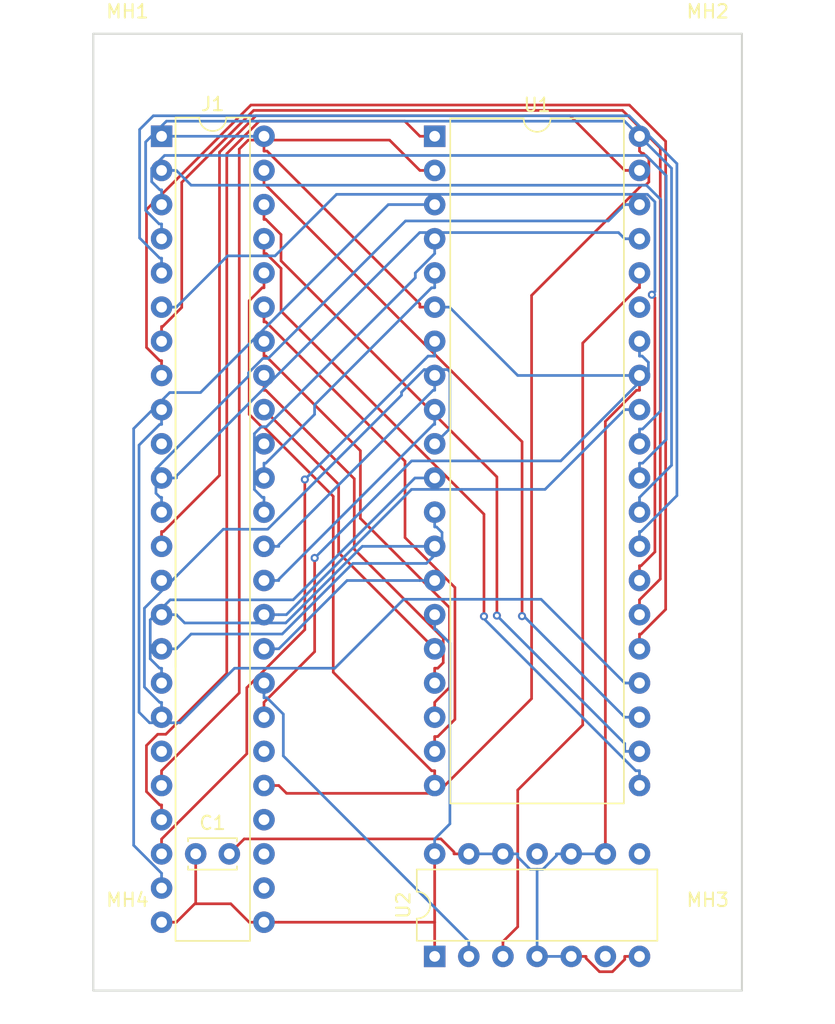
<source format=kicad_pcb>
(kicad_pcb (version 20211014) (generator pcbnew)
  (layers (0 "F.Cu" signal) (31 "B.Cu" signal) (34 "B.Paste" user) (35 "F.Paste" user) (36 "B.SilkS" user "B.Silkscreen") (37 "F.SilkS" user "F.Silkscreen") (38 "B.Mask" user) (39 "F.Mask" user) (44 "Edge.Cuts" user))
  (net 0 "")
  (net 1 "VCC")
  (net 2 "GND")
  (net 3 "/P53")
  (net 4 "/P26")
  (net 5 "/P27")
  (net 6 "/P47")
  (net 7 "/P46")
  (net 8 "/P25")
  (net 9 "/P24")
  (net 10 "/P23")
  (net 11 "/P22")
  (net 12 "/P21")
  (net 13 "/P20")
  (net 14 "/P34")
  (net 15 "/P35")
  (net 16 "/P17")
  (net 17 "/P36")
  (net 18 "/P16")
  (net 19 "/P15")
  (net 20 "/P40")
  (net 21 "/P14")
  (net 22 "/P13")
  (net 23 "/P42")
  (net 24 "/P12")
  (net 25 "/P11")
  (net 26 "/P10")
  (net 27 "Net-(U2-Pad6)")
  (net 28 "Net-(U2-Pad11)")
  (net 29 "Net-(U2-Pad8)")
  (net 30 "/P32")
  (net 31 "/P31")
  (net 32 "/P30")
  (net 33 "/P51")
  (net 34 "/P43")
  (net 35 "/P37")
  (net 36 "/P50")
  (net 37 "/P52")
  (net 38 "Net-(J1-Pad30)")
  (net 39 "Net-(J1-Pad27)")
  (net 40 "Net-(J1-Pad26)")
  (net 41 "Net-(J1-Pad19)")
  (net 42 "Net-(J1-Pad10)")
  (net 43 "Net-(J1-Pad39)")
  (net 44 "/P54")
  (net 45 "/P44")
  (net 46 "/P45")
  (net 47 "Net-(J1-Pad28)")
  (net 48 "Net-(J1-Pad14)")
  (net 49 "/P41")
  (net 50 "Net-(U1-Pad36)")
  (net 51 "Net-(U1-Pad35)")
  (footprint "MountingHole:MountingHole_3.2mm_M3" (layer "F.Cu") (at 101 70)
    (fp_text reference "MH1" (at 0 -4.2) (layer "F.SilkS"))
    (fp_text value "MountingHole_3.2mm_M3")
    (pad "" np_thru_hole circle locked (at 0 0) (size 3.2 3.2) (drill 3.2) (layers *.Cu *.Mask))
  )
  (footprint "MountingHole:MountingHole_3.2mm_M3" (layer "F.Cu") (at 144.18 70)
    (fp_text reference "MH2" (at 0 -4.2) (layer "F.SilkS"))
    (fp_text value "MountingHole_3.2mm_M3")
    (pad "" np_thru_hole circle locked (at 0 0) (size 3.2 3.2) (drill 3.2) (layers *.Cu *.Mask))
  )
  (footprint "MountingHole:MountingHole_3.2mm_M3" (layer "F.Cu") (at 144.18 136.04)
    (fp_text reference "MH3" (at 0 -4.2) (layer "F.SilkS"))
    (fp_text value "MountingHole_3.2mm_M3")
    (pad "" np_thru_hole circle locked (at 0 0) (size 3.2 3.2) (drill 3.2) (layers *.Cu *.Mask))
  )
  (footprint "MountingHole:MountingHole_3.2mm_M3" (layer "F.Cu") (at 101 136.04)
    (fp_text reference "MH4" (at 0 -4.2) (layer "F.SilkS"))
    (fp_text value "MountingHole_3.2mm_M3")
    (pad "" np_thru_hole circle locked (at 0 0) (size 3.2 3.2) (drill 3.2) (layers *.Cu *.Mask))
  )
  (footprint "Package_DIP:DIP-14_W7.62mm" (layer "F.Cu") (at 123.86 136.04 90)
    (fp_text reference "U2" (at 3.81 -2.33 90) (layer "F.SilkS"))
    (fp_text value "74HCT126")
    (fp_line (start 1.16 -1.33) (end 1.16 16.57) (layer "F.SilkS") (width 0.12))
    (fp_line (start 2.81 -1.33) (end 1.16 -1.33) (layer "F.SilkS") (width 0.12))
    (fp_line (start 1.16 16.57) (end 6.46 16.57) (layer "F.SilkS") (width 0.12))
    (fp_line (start 6.46 16.57) (end 6.46 -1.33) (layer "F.SilkS") (width 0.12))
    (fp_line (start 6.46 -1.33) (end 4.81 -1.33) (layer "F.SilkS") (width 0.12))
    (fp_arc (start 4.81 -1.33) (mid 3.81 -0.33) (end 2.81 -1.33) (layer "F.SilkS") (width 0.12))
    (pad "1" thru_hole rect locked (at 0 0 90) (size 1.6 1.6) (drill 0.8) (layers *.Cu *.Mask) (net 1 "VCC"))
    (pad "2" thru_hole oval locked (at 0 2.54 90) (size 1.6 1.6) (drill 0.8) (layers *.Cu *.Mask) (net 7 "/P46"))
    (pad "3" thru_hole oval locked (at 0 5.08 90) (size 1.6 1.6) (drill 0.8) (layers *.Cu *.Mask) (net 50 "Net-(U1-Pad36)"))
    (pad "4" thru_hole oval locked (at 0 7.62 90) (size 1.6 1.6) (drill 0.8) (layers *.Cu *.Mask) (net 2 "GND"))
    (pad "5" thru_hole oval locked (at 0 10.16 90) (size 1.6 1.6) (drill 0.8) (layers *.Cu *.Mask) (net 2 "GND"))
    (pad "6" thru_hole oval locked (at 0 12.7 90) (size 1.6 1.6) (drill 0.8) (layers *.Cu *.Mask) (net 27 "Net-(U2-Pad6)"))
    (pad "7" thru_hole oval locked (at 0 15.24 90) (size 1.6 1.6) (drill 0.8) (layers *.Cu *.Mask) (net 2 "GND"))
    (pad "8" thru_hole oval locked (at 7.62 15.24 90) (size 1.6 1.6) (drill 0.8) (layers *.Cu *.Mask) (net 29 "Net-(U2-Pad8)"))
    (pad "9" thru_hole oval locked (at 7.62 12.7 90) (size 1.6 1.6) (drill 0.8) (layers *.Cu *.Mask) (net 2 "GND"))
    (pad "10" thru_hole oval locked (at 7.62 10.16 90) (size 1.6 1.6) (drill 0.8) (layers *.Cu *.Mask) (net 2 "GND"))
    (pad "11" thru_hole oval locked (at 7.62 7.62 90) (size 1.6 1.6) (drill 0.8) (layers *.Cu *.Mask) (net 28 "Net-(U2-Pad11)"))
    (pad "12" thru_hole oval locked (at 7.62 5.08 90) (size 1.6 1.6) (drill 0.8) (layers *.Cu *.Mask) (net 2 "GND"))
    (pad "13" thru_hole oval locked (at 7.62 2.54 90) (size 1.6 1.6) (drill 0.8) (layers *.Cu *.Mask) (net 2 "GND"))
    (pad "14" thru_hole oval locked (at 7.62 0 90) (size 1.6 1.6) (drill 0.8) (layers *.Cu *.Mask) (net 1 "VCC"))
  )
  (footprint "Capacitor_THT:C_Disc_D3.4mm_W2.1mm_P2.50mm" (layer "F.Cu") (at 106.08 128.42)
    (fp_text reference "C1" (at 1.25 -2.3) (layer "F.SilkS"))
    (fp_text value "0.1u")
    (fp_line (start -0.57 -1.17) (end 3.07 -1.17) (layer "F.SilkS") (width 0.12))
    (fp_line (start -0.57 0.925) (end -0.57 1.17) (layer "F.SilkS") (width 0.12))
    (fp_line (start 3.07 0.925) (end 3.07 1.17) (layer "F.SilkS") (width 0.12))
    (fp_line (start 3.07 -1.17) (end 3.07 -0.925) (layer "F.SilkS") (width 0.12))
    (fp_line (start -0.57 -1.17) (end -0.57 -0.925) (layer "F.SilkS") (width 0.12))
    (fp_line (start -0.57 1.17) (end 3.07 1.17) (layer "F.SilkS") (width 0.12))
    (pad "1" thru_hole circle locked (at 0 0) (size 1.6 1.6) (drill 0.8) (layers *.Cu *.Mask) (net 1 "VCC"))
    (pad "2" thru_hole circle locked (at 2.5 0) (size 1.6 1.6) (drill 0.8) (layers *.Cu *.Mask) (net 2 "GND"))
  )
  (footprint "0-LocalLibrary:DIP-48_W7.62mm" (layer "F.Cu") (at 103.54 75.08)
    (fp_text reference "J1" (at 3.81 -2.39) (layer "F.SilkS"))
    (fp_text value "BionicConnector")
    (fp_line (start 1.04 -1.39) (end 1.04 39.49) (layer "F.SilkS") (width 0.12))
    (fp_line (start 1.04 59.81) (end 6.58 59.81) (layer "F.SilkS") (width 0.12))
    (fp_line (start 6.58 -1.39) (end 4.81 -1.39) (layer "F.SilkS") (width 0.12))
    (fp_line (start 6.58 59.81) (end 6.58 18.93) (layer "F.SilkS") (width 0.12))
    (fp_line (start 1.04 18.93) (end 1.04 59.81) (layer "F.SilkS") (width 0.12))
    (fp_line (start 6.58 39.49) (end 6.58 -1.39) (layer "F.SilkS") (width 0.12))
    (fp_line (start 2.81 -1.39) (end 1.04 -1.39) (layer "F.SilkS") (width 0.12))
    (fp_arc (start 4.81 -1.39) (mid 3.81 -0.39) (end 2.81 -1.39) (layer "F.SilkS") (width 0.12))
    (pad "1" thru_hole rect locked (at 0 0) (size 1.6 1.6) (drill 0.8) (layers *.Cu *.Mask) (net 2 "GND"))
    (pad "2" thru_hole oval locked (at 0 2.54) (size 1.6 1.6) (drill 0.8) (layers *.Cu *.Mask) (net 26 "/P10"))
    (pad "3" thru_hole oval locked (at 0 5.08) (size 1.6 1.6) (drill 0.8) (layers *.Cu *.Mask) (net 25 "/P11"))
    (pad "4" thru_hole oval locked (at 0 7.62) (size 1.6 1.6) (drill 0.8) (layers *.Cu *.Mask) (net 24 "/P12"))
    (pad "5" thru_hole oval locked (at 0 10.16) (size 1.6 1.6) (drill 0.8) (layers *.Cu *.Mask) (net 22 "/P13"))
    (pad "6" thru_hole oval locked (at 0 12.7) (size 1.6 1.6) (drill 0.8) (layers *.Cu *.Mask) (net 21 "/P14"))
    (pad "7" thru_hole oval locked (at 0 15.24) (size 1.6 1.6) (drill 0.8) (layers *.Cu *.Mask) (net 19 "/P15"))
    (pad "8" thru_hole oval locked (at 0 17.78) (size 1.6 1.6) (drill 0.8) (layers *.Cu *.Mask) (net 18 "/P16"))
    (pad "9" thru_hole oval locked (at 0 20.32) (size 1.6 1.6) (drill 0.8) (layers *.Cu *.Mask) (net 16 "/P17"))
    (pad "10" thru_hole oval locked (at 0 22.86) (size 1.6 1.6) (drill 0.8) (layers *.Cu *.Mask) (net 42 "Net-(J1-Pad10)"))
    (pad "11" thru_hole oval locked (at 0 25.4) (size 1.6 1.6) (drill 0.8) (layers *.Cu *.Mask) (net 32 "/P30"))
    (pad "12" thru_hole oval locked (at 0 27.94) (size 1.6 1.6) (drill 0.8) (layers *.Cu *.Mask) (net 31 "/P31"))
    (pad "13" thru_hole oval locked (at 0 30.48) (size 1.6 1.6) (drill 0.8) (layers *.Cu *.Mask) (net 30 "/P32"))
    (pad "14" thru_hole oval locked (at 0 33.02) (size 1.6 1.6) (drill 0.8) (layers *.Cu *.Mask) (net 48 "Net-(J1-Pad14)"))
    (pad "15" thru_hole oval locked (at 0 35.56) (size 1.6 1.6) (drill 0.8) (layers *.Cu *.Mask) (net 14 "/P34"))
    (pad "16" thru_hole oval locked (at 0 38.1) (size 1.6 1.6) (drill 0.8) (layers *.Cu *.Mask) (net 15 "/P35"))
    (pad "17" thru_hole oval locked (at 0 40.64) (size 1.6 1.6) (drill 0.8) (layers *.Cu *.Mask) (net 17 "/P36"))
    (pad "18" thru_hole oval locked (at 0 43.18) (size 1.6 1.6) (drill 0.8) (layers *.Cu *.Mask) (net 35 "/P37"))
    (pad "19" thru_hole oval locked (at 0 45.72) (size 1.6 1.6) (drill 0.8) (layers *.Cu *.Mask) (net 41 "Net-(J1-Pad19)"))
    (pad "20" thru_hole oval locked (at 0 48.26) (size 1.6 1.6) (drill 0.8) (layers *.Cu *.Mask) (net 36 "/P50"))
    (pad "21" thru_hole oval locked (at 0 50.8) (size 1.6 1.6) (drill 0.8) (layers *.Cu *.Mask) (net 33 "/P51"))
    (pad "22" thru_hole oval locked (at 0 53.34) (size 1.6 1.6) (drill 0.8) (layers *.Cu *.Mask) (net 37 "/P52"))
    (pad "23" thru_hole oval locked (at 0 55.88) (size 1.6 1.6) (drill 0.8) (layers *.Cu *.Mask) (net 3 "/P53"))
    (pad "24" thru_hole oval locked (at 0 58.42) (size 1.6 1.6) (drill 0.8) (layers *.Cu *.Mask) (net 1 "VCC"))
    (pad "25" thru_hole oval locked (at 7.62 58.42) (size 1.6 1.6) (drill 0.8) (layers *.Cu *.Mask) (net 1 "VCC"))
    (pad "26" thru_hole oval locked (at 7.62 55.88) (size 1.6 1.6) (drill 0.8) (layers *.Cu *.Mask) (net 40 "Net-(J1-Pad26)"))
    (pad "27" thru_hole oval locked (at 7.62 53.34) (size 1.6 1.6) (drill 0.8) (layers *.Cu *.Mask) (net 39 "Net-(J1-Pad27)"))
    (pad "28" thru_hole oval locked (at 7.62 50.8) (size 1.6 1.6) (drill 0.8) (layers *.Cu *.Mask) (net 47 "Net-(J1-Pad28)"))
    (pad "29" thru_hole oval locked (at 7.62 48.26) (size 1.6 1.6) (drill 0.8) (layers *.Cu *.Mask) (net 44 "/P54"))
    (pad "30" thru_hole oval locked (at 7.62 45.72) (size 1.6 1.6) (drill 0.8) (layers *.Cu *.Mask) (net 38 "Net-(J1-Pad30)"))
    (pad "31" thru_hole oval locked (at 7.62 43.18) (size 1.6 1.6) (drill 0.8) (layers *.Cu *.Mask) (net 6 "/P47"))
    (pad "32" thru_hole oval locked (at 7.62 40.64) (size 1.6 1.6) (drill 0.8) (layers *.Cu *.Mask) (net 7 "/P46"))
    (pad "33" thru_hole oval locked (at 7.62 38.1) (size 1.6 1.6) (drill 0.8) (layers *.Cu *.Mask) (net 46 "/P45"))
    (pad "34" thru_hole oval locked (at 7.62 35.56) (size 1.6 1.6) (drill 0.8) (layers *.Cu *.Mask) (net 45 "/P44"))
    (pad "35" thru_hole oval locked (at 7.62 33.02) (size 1.6 1.6) (drill 0.8) (layers *.Cu *.Mask) (net 34 "/P43"))
    (pad "36" thru_hole oval locked (at 7.62 30.48) (size 1.6 1.6) (drill 0.8) (layers *.Cu *.Mask) (net 23 "/P42"))
    (pad "37" thru_hole oval locked (at 7.62 27.94) (size 1.6 1.6) (drill 0.8) (layers *.Cu *.Mask) (net 49 "/P41"))
    (pad "38" thru_hole oval locked (at 7.62 25.4) (size 1.6 1.6) (drill 0.8) (layers *.Cu *.Mask) (net 20 "/P40"))
    (pad "39" thru_hole oval locked (at 7.62 22.86) (size 1.6 1.6) (drill 0.8) (layers *.Cu *.Mask) (net 43 "Net-(J1-Pad39)"))
    (pad "40" thru_hole oval locked (at 7.62 20.32) (size 1.6 1.6) (drill 0.8) (layers *.Cu *.Mask) (net 5 "/P27"))
    (pad "41" thru_hole oval locked (at 7.62 17.78) (size 1.6 1.6) (drill 0.8) (layers *.Cu *.Mask) (net 4 "/P26"))
    (pad "42" thru_hole oval locked (at 7.62 15.24) (size 1.6 1.6) (drill 0.8) (layers *.Cu *.Mask) (net 8 "/P25"))
    (pad "43" thru_hole oval locked (at 7.62 12.7) (size 1.6 1.6) (drill 0.8) (layers *.Cu *.Mask) (net 9 "/P24"))
    (pad "44" thru_hole oval locked (at 7.62 10.16) (size 1.6 1.6) (drill 0.8) (layers *.Cu *.Mask) (net 10 "/P23"))
    (pad "45" thru_hole oval locked (at 7.62 7.62) (size 1.6 1.6) (drill 0.8) (layers *.Cu *.Mask) (net 11 "/P22"))
    (pad "46" thru_hole oval locked (at 7.62 5.08) (size 1.6 1.6) (drill 0.8) (layers *.Cu *.Mask) (net 12 "/P21"))
    (pad "47" thru_hole oval locked (at 7.62 2.54) (size 1.6 1.6) (drill 0.8) (layers *.Cu *.Mask) (net 13 "/P20"))
    (pad "48" thru_hole oval locked (at 7.62 0) (size 1.6 1.6) (drill 0.8) (layers *.Cu *.Mask) (net 2 "GND"))
  )
  (footprint "Package_DIP:DIP-40_W15.24mm" (layer "F.Cu") (at 123.86 75.08)
    (fp_text reference "U1" (at 7.62 -2.33) (layer "F.SilkS"))
    (fp_text value "TMS99105")
    (fp_line (start 14.08 49.59) (end 14.08 -1.33) (layer "F.SilkS") (width 0.12))
    (fp_line (start 1.16 -1.33) (end 1.16 49.59) (layer "F.SilkS") (width 0.12))
    (fp_line (start 1.16 49.59) (end 14.08 49.59) (layer "F.SilkS") (width 0.12))
    (fp_line (start 14.08 -1.33) (end 8.62 -1.33) (layer "F.SilkS") (width 0.12))
    (fp_line (start 6.62 -1.33) (end 1.16 -1.33) (layer "F.SilkS") (width 0.12))
    (fp_arc (start 8.62 -1.33) (mid 7.62 -0.33) (end 6.62 -1.33) (layer "F.SilkS") (width 0.12))
    (pad "1" thru_hole rect locked (at 0 0) (size 1.6 1.6) (drill 0.8) (layers *.Cu *.Mask) (net 33 "/P51"))
    (pad "2" thru_hole oval locked (at 0 2.54) (size 1.6 1.6) (drill 0.8) (layers *.Cu *.Mask) (net 36 "/P50"))
    (pad "3" thru_hole oval locked (at 0 5.08) (size 1.6 1.6) (drill 0.8) (layers *.Cu *.Mask) (net 3 "/P53"))
    (pad "4" thru_hole oval locked (at 0 7.62) (size 1.6 1.6) (drill 0.8) (layers *.Cu *.Mask) (net 49 "/P41"))
    (pad "5" thru_hole oval locked (at 0 10.16) (size 1.6 1.6) (drill 0.8) (layers *.Cu *.Mask) (net 20 "/P40"))
    (pad "6" thru_hole oval locked (at 0 12.7) (size 1.6 1.6) (drill 0.8) (layers *.Cu *.Mask) (net 2 "GND"))
    (pad "7" thru_hole oval locked (at 0 15.24) (size 1.6 1.6) (drill 0.8) (layers *.Cu *.Mask) (net 37 "/P52"))
    (pad "8" thru_hole oval locked (at 0 17.78) (size 1.6 1.6) (drill 0.8) (layers *.Cu *.Mask) (net 23 "/P42"))
    (pad "9" thru_hole oval locked (at 0 20.32) (size 1.6 1.6) (drill 0.8) (layers *.Cu *.Mask) (net 34 "/P43"))
    (pad "10" thru_hole oval locked (at 0 22.86) (size 1.6 1.6) (drill 0.8) (layers *.Cu *.Mask) (net 35 "/P37"))
    (pad "11" thru_hole oval locked (at 0 25.4) (size 1.6 1.6) (drill 0.8) (layers *.Cu *.Mask) (net 17 "/P36"))
    (pad "12" thru_hole oval locked (at 0 27.94) (size 1.6 1.6) (drill 0.8) (layers *.Cu *.Mask) (net 15 "/P35"))
    (pad "13" thru_hole oval locked (at 0 30.48) (size 1.6 1.6) (drill 0.8) (layers *.Cu *.Mask) (net 14 "/P34"))
    (pad "14" thru_hole oval locked (at 0 33.02) (size 1.6 1.6) (drill 0.8) (layers *.Cu *.Mask) (net 46 "/P45"))
    (pad "15" thru_hole oval locked (at 0 35.56) (size 1.6 1.6) (drill 0.8) (layers *.Cu *.Mask) (net 1 "VCC"))
    (pad "16" thru_hole oval locked (at 0 38.1) (size 1.6 1.6) (drill 0.8) (layers *.Cu *.Mask) (net 5 "/P27"))
    (pad "17" thru_hole oval locked (at 0 40.64) (size 1.6 1.6) (drill 0.8) (layers *.Cu *.Mask) (net 4 "/P26"))
    (pad "18" thru_hole oval locked (at 0 43.18) (size 1.6 1.6) (drill 0.8) (layers *.Cu *.Mask) (net 8 "/P25"))
    (pad "19" thru_hole oval locked (at 0 45.72) (size 1.6 1.6) (drill 0.8) (layers *.Cu *.Mask) (net 9 "/P24"))
    (pad "20" thru_hole oval locked (at 0 48.26) (size 1.6 1.6) (drill 0.8) (layers *.Cu *.Mask) (net 10 "/P23"))
    (pad "21" thru_hole oval locked (at 15.24 48.26) (size 1.6 1.6) (drill 0.8) (layers *.Cu *.Mask) (net 11 "/P22"))
    (pad "22" thru_hole oval locked (at 15.24 45.72) (size 1.6 1.6) (drill 0.8) (layers *.Cu *.Mask) (net 12 "/P21"))
    (pad "23" thru_hole oval locked (at 15.24 43.18) (size 1.6 1.6) (drill 0.8) (layers *.Cu *.Mask) (net 13 "/P20"))
    (pad "24" thru_hole oval locked (at 15.24 40.64) (size 1.6 1.6) (drill 0.8) (layers *.Cu *.Mask) (net 16 "/P17"))
    (pad "25" thru_hole oval locked (at 15.24 38.1) (size 1.6 1.6) (drill 0.8) (layers *.Cu *.Mask) (net 18 "/P16"))
    (pad "26" thru_hole oval locked (at 15.24 35.56) (size 1.6 1.6) (drill 0.8) (layers *.Cu *.Mask) (net 19 "/P15"))
    (pad "27" thru_hole oval locked (at 15.24 33.02) (size 1.6 1.6) (drill 0.8) (layers *.Cu *.Mask) (net 21 "/P14"))
    (pad "28" thru_hole oval locked (at 15.24 30.48) (size 1.6 1.6) (drill 0.8) (layers *.Cu *.Mask) (net 22 "/P13"))
    (pad "29" thru_hole oval locked (at 15.24 27.94) (size 1.6 1.6) (drill 0.8) (layers *.Cu *.Mask) (net 24 "/P12"))
    (pad "30" thru_hole oval locked (at 15.24 25.4) (size 1.6 1.6) (drill 0.8) (layers *.Cu *.Mask) (net 25 "/P11"))
    (pad "31" thru_hole oval locked (at 15.24 22.86) (size 1.6 1.6) (drill 0.8) (layers *.Cu *.Mask) (net 26 "/P10"))
    (pad "32" thru_hole oval locked (at 15.24 20.32) (size 1.6 1.6) (drill 0.8) (layers *.Cu *.Mask) (net 45 "/P44"))
    (pad "33" thru_hole oval locked (at 15.24 17.78) (size 1.6 1.6) (drill 0.8) (layers *.Cu *.Mask) (net 2 "GND"))
    (pad "34" thru_hole oval locked (at 15.24 15.24) (size 1.6 1.6) (drill 0.8) (layers *.Cu *.Mask) (net 6 "/P47"))
    (pad "35" thru_hole oval locked (at 15.24 12.7) (size 1.6 1.6) (drill 0.8) (layers *.Cu *.Mask) (net 51 "Net-(U1-Pad35)"))
    (pad "36" thru_hole oval locked (at 15.24 10.16) (size 1.6 1.6) (drill 0.8) (layers *.Cu *.Mask) (net 50 "Net-(U1-Pad36)"))
    (pad "37" thru_hole oval locked (at 15.24 7.62) (size 1.6 1.6) (drill 0.8) (layers *.Cu *.Mask) (net 32 "/P30"))
    (pad "38" thru_hole oval locked (at 15.24 5.08) (size 1.6 1.6) (drill 0.8) (layers *.Cu *.Mask) (net 31 "/P31"))
    (pad "39" thru_hole oval locked (at 15.24 2.54) (size 1.6 1.6) (drill 0.8) (layers *.Cu *.Mask) (net 30 "/P32"))
    (pad "40" thru_hole oval locked (at 15.24 0) (size 1.6 1.6) (drill 0.8) (layers *.Cu *.Mask) (net 44 "/P54"))
  )
  (gr_line (start 98.46 138.58) (end 98.46 67.46) (layer "Edge.Cuts") (width 0.15))
  (gr_line (start 98.46 67.46) (end 146.72 67.46) (layer "Edge.Cuts") (width 0.15))
  (gr_line (start 146.72 67.46) (end 146.72 138.58) (layer "Edge.Cuts") (width 0.15))
  (gr_line (start 146.72 138.58) (end 98.46 138.58) (layer "Edge.Cuts") (width 0.15))
  (segment (start 123.86 136.04) (end 123.86 133.5) (width 0.2) (layer "F.Cu") (net 1))
  (segment (start 123.86 133.5) (end 112.2603 133.5) (width 0.2) (layer "F.Cu") (net 1))
  (segment (start 103.54 133.5) (end 104.6403 133.5) (width 0.2) (layer "F.Cu") (net 1))
  (segment (start 108.6896 132.1299) (end 106.08 132.1299) (width 0.2) (layer "F.Cu") (net 1))
  (segment (start 106.0104 132.1299) (end 104.6403 133.5) (width 0.2) (layer "F.Cu") (net 1))
  (segment (start 110.0597 133.5) (end 108.6896 132.1299) (width 0.2) (layer "F.Cu") (net 1))
  (segment (start 123.86 133.5) (end 123.86 128.42) (width 0.2) (layer "F.Cu") (net 1))
  (segment (start 106.08 132.1299) (end 106.0104 132.1299) (width 0.2) (layer "F.Cu") (net 1))
  (segment (start 106.08 132.1299) (end 106.08 128.42) (width 0.2) (layer "F.Cu") (net 1))
  (segment (start 111.16 133.5) (end 110.0597 133.5) (width 0.2) (layer "F.Cu") (net 1))
  (segment (start 111.16 133.5) (end 112.2603 133.5) (width 0.2) (layer "F.Cu") (net 1))
  (segment (start 124.9941 112.7604) (end 123.974 111.7403) (width 0.2) (layer "B.Cu") (net 1))
  (segment (start 123.86 127.3197) (end 124.9941 126.1856) (width 0.2) (layer "B.Cu") (net 1))
  (segment (start 123.86 110.64) (end 123.86 111.7403) (width 0.2) (layer "B.Cu") (net 1))
  (segment (start 124.9941 126.1856) (end 124.9941 112.7604) (width 0.2) (layer "B.Cu") (net 1))
  (segment (start 123.974 111.7403) (end 123.86 111.7403) (width 0.2) (layer "B.Cu") (net 1))
  (segment (start 123.86 128.42) (end 123.86 127.3197) (width 0.2) (layer "B.Cu") (net 1))
  (segment (start 124.3259 127.3087) (end 109.6913 127.3087) (width 0.2) (layer "F.Cu") (net 2))
  (segment (start 109.6913 127.3087) (end 108.58 128.42) (width 0.2) (layer "F.Cu") (net 2))
  (segment (start 111.388 76.1803) (end 111.16 76.1803) (width 0.2) (layer "F.Cu") (net 2))
  (segment (start 122.7597 87.552) (end 111.388 76.1803) (width 0.2) (layer "F.Cu") (net 2))
  (segment (start 136.56 96.2723) (end 138.872 93.9603) (width 0.2) (layer "F.Cu") (net 2))
  (segment (start 135.1203 136.04) (end 135.1203 136.1775) (width 0.2) (layer "F.Cu") (net 2))
  (segment (start 136.56 128.42) (end 136.56 96.2723) (width 0.2) (layer "F.Cu") (net 2))
  (segment (start 122.7597 87.78) (end 122.7597 87.552) (width 0.2) (layer "F.Cu") (net 2))
  (segment (start 123.86 87.78) (end 122.7597 87.78) (width 0.2) (layer "F.Cu") (net 2))
  (segment (start 134.02 136.04) (end 135.1203 136.04) (width 0.2) (layer "F.Cu") (net 2))
  (segment (start 136.1214 137.1786) (end 137.0891 137.1786) (width 0.2) (layer "F.Cu") (net 2))
  (segment (start 137.9997 136.268) (end 137.9997 136.04) (width 0.2) (layer "F.Cu") (net 2))
  (segment (start 125.2997 128.42) (end 125.2997 128.2825) (width 0.2) (layer "F.Cu") (net 2))
  (segment (start 139.1 92.86) (end 139.1 93.9603) (width 0.2) (layer "F.Cu") (net 2))
  (segment (start 139.1 136.04) (end 137.9997 136.04) (width 0.2) (layer "F.Cu") (net 2))
  (segment (start 111.16 75.08) (end 111.16 76.1803) (width 0.2) (layer "F.Cu") (net 2))
  (segment (start 137.0891 137.1786) (end 137.9997 136.268) (width 0.2) (layer "F.Cu") (net 2))
  (segment (start 138.872 93.9603) (end 139.1 93.9603) (width 0.2) (layer "F.Cu") (net 2))
  (segment (start 126.4 128.42) (end 125.2997 128.42) (width 0.2) (layer "F.Cu") (net 2))
  (segment (start 135.1203 136.1775) (end 136.1214 137.1786) (width 0.2) (layer "F.Cu") (net 2))
  (segment (start 125.2997 128.2825) (end 124.3259 127.3087) (width 0.2) (layer "F.Cu") (net 2))
  (segment (start 131.9089 129.5683) (end 131.48 129.5683) (width 0.2) (layer "B.Cu") (net 2))
  (segment (start 131.48 129.5683) (end 131.48 136.04) (width 0.2) (layer "B.Cu") (net 2))
  (segment (start 136.56 128.42) (end 134.02 128.42) (width 0.2) (layer "B.Cu") (net 2))
  (segment (start 128.94 128.42) (end 126.4 128.42) (width 0.2) (layer "B.Cu") (net 2))
  (segment (start 124.9603 87.78) (end 130.0403 92.86) (width 0.2) (layer "B.Cu") (net 2))
  (segment (start 132.9197 128.42) (end 132.9197 128.5575) (width 0.2) (layer "B.Cu") (net 2))
  (segment (start 128.94 128.42) (end 130.0403 128.42) (width 0.2) (layer "B.Cu") (net 2))
  (segment (start 130.0403 128.648) (end 130.0403 128.42) (width 0.2) (layer "B.Cu") (net 2))
  (segment (start 134.02 128.42) (end 132.9197 128.42) (width 0.2) (layer "B.Cu") (net 2))
  (segment (start 134.02 136.04) (end 131.48 136.04) (width 0.2) (layer "B.Cu") (net 2))
  (segment (start 123.86 87.78) (end 124.9603 87.78) (width 0.2) (layer "B.Cu") (net 2))
  (segment (start 130.0403 92.86) (end 139.1 92.86) (width 0.2) (layer "B.Cu") (net 2))
  (segment (start 132.9197 128.5575) (end 131.9089 129.5683) (width 0.2) (layer "B.Cu") (net 2))
  (segment (start 103.54 75.08) (end 111.16 75.08) (width 0.2) (layer "B.Cu") (net 2))
  (segment (start 131.48 129.5683) (end 130.9606 129.5683) (width 0.2) (layer "B.Cu") (net 2))
  (segment (start 130.9606 129.5683) (end 130.0403 128.648) (width 0.2) (layer "B.Cu") (net 2))
  (segment (start 104.1462 94.13) (end 101.4628 96.8134) (width 0.2) (layer "B.Cu") (net 3))
  (segment (start 103.54 130.96) (end 103.54 129.8597) (width 0.2) (layer "B.Cu") (net 3))
  (segment (start 101.4628 127.7825) (end 103.54 129.8597) (width 0.2) (layer "B.Cu") (net 3))
  (segment (start 120.408 80.16) (end 106.438 94.13) (width 0.2) (layer "B.Cu") (net 3))
  (segment (start 123.86 80.16) (end 120.408 80.16) (width 0.2) (layer "B.Cu") (net 3))
  (segment (start 101.4628 96.8134) (end 101.4628 127.7825) (width 0.2) (layer "B.Cu") (net 3))
  (segment (start 106.438 94.13) (end 104.1462 94.13) (width 0.2) (layer "B.Cu") (net 3))
  (segment (start 111.2977 93.9603) (end 111.16 93.9603) (width 0.2) (layer "F.Cu") (net 4))
  (segment (start 117.8777 105.7795) (end 117.8777 100.5403) (width 0.2) (layer "F.Cu") (net 4))
  (segment (start 124.497 112.3988) (end 117.8777 105.7795) (width 0.2) (layer "F.Cu") (net 4))
  (segment (start 117.8777 100.5403) (end 111.2977 93.9603) (width 0.2) (layer "F.Cu") (net 4))
  (segment (start 124.497 114.2107) (end 124.497 112.3988) (width 0.2) (layer "F.Cu") (net 4))
  (segment (start 123.86 114.6197) (end 124.088 114.6197) (width 0.2) (layer "F.Cu") (net 4))
  (segment (start 124.088 114.6197) (end 124.497 114.2107) (width 0.2) (layer "F.Cu") (net 4))
  (segment (start 123.86 115.72) (end 123.86 114.6197) (width 0.2) (layer "F.Cu") (net 4))
  (segment (start 111.16 92.86) (end 111.16 93.9603) (width 0.2) (layer "F.Cu") (net 4))
  (segment (start 116.7134 100.9534) (end 116.7134 106.0334) (width 0.2) (layer "F.Cu") (net 5))
  (segment (start 111.16 95.4) (end 116.7134 100.9534) (width 0.2) (layer "F.Cu") (net 5))
  (segment (start 116.7134 106.0334) (end 123.86 113.18) (width 0.2) (layer "F.Cu") (net 5))
  (segment (start 114.9296 113.3901) (end 114.9296 106.4272) (width 0.2) (layer "F.Cu") (net 6))
  (segment (start 111.16 117.1597) (end 114.9296 113.3901) (width 0.2) (layer "F.Cu") (net 6))
  (segment (start 111.16 118.26) (end 111.16 117.1597) (width 0.2) (layer "F.Cu") (net 6))
  (via (at 114.9296 106.4272) (size 0.6) (drill 0.3) (layers "F.Cu" "B.Cu") (net 6))
  (segment (start 139.3023 91.4203) (end 139.7602 91.8782) (width 0.2) (layer "B.Cu") (net 6))
  (segment (start 139.7602 92.6908) (end 133.241 99.21) (width 0.2) (layer "B.Cu") (net 6))
  (segment (start 139.7602 91.8782) (end 139.7602 92.6908) (width 0.2) (layer "B.Cu") (net 6))
  (segment (start 122.1468 99.21) (end 114.9296 106.4272) (width 0.2) (layer "B.Cu") (net 6))
  (segment (start 139.1 91.4203) (end 139.3023 91.4203) (width 0.2) (layer "B.Cu") (net 6))
  (segment (start 133.241 99.21) (end 122.1468 99.21) (width 0.2) (layer "B.Cu") (net 6))
  (segment (start 139.1 90.32) (end 139.1 91.4203) (width 0.2) (layer "B.Cu") (net 6))
  (segment (start 111.16 115.72) (end 111.16 116.8203) (width 0.2) (layer "B.Cu") (net 7))
  (segment (start 112.5996 118.0319) (end 111.388 116.8203) (width 0.2) (layer "B.Cu") (net 7))
  (segment (start 126.4 136.04) (end 126.4 134.9397) (width 0.2) (layer "B.Cu") (net 7))
  (segment (start 111.388 116.8203) (end 111.16 116.8203) (width 0.2) (layer "B.Cu") (net 7))
  (segment (start 112.5996 121.1393) (end 112.5996 118.0319) (width 0.2) (layer "B.Cu") (net 7))
  (segment (start 126.4 134.9397) (end 112.5996 121.1393) (width 0.2) (layer "B.Cu") (net 7))
  (segment (start 118.3321 103.4855) (end 118.3322 103.4855) (width 0.2) (layer "F.Cu") (net 8))
  (segment (start 111.16 91.4203) (end 111.2975 91.4203) (width 0.2) (layer "F.Cu") (net 8))
  (segment (start 118.3322 103.4855) (end 124.965 110.1183) (width 0.2) (layer "F.Cu") (net 8))
  (segment (start 111.16 90.32) (end 111.16 91.4203) (width 0.2) (layer "F.Cu") (net 8))
  (segment (start 124.965 110.1183) (end 124.965 116.0547) (width 0.2) (layer "F.Cu") (net 8))
  (segment (start 124.965 116.0547) (end 123.86 117.1597) (width 0.2) (layer "F.Cu") (net 8))
  (segment (start 123.86 118.26) (end 123.86 117.1597) (width 0.2) (layer "F.Cu") (net 8))
  (segment (start 118.3321 98.4549) (end 118.3321 103.4855) (width 0.2) (layer "F.Cu") (net 8))
  (segment (start 111.2975 91.4203) (end 118.3321 98.4549) (width 0.2) (layer "F.Cu") (net 8))
  (segment (start 123.86 120.8) (end 123.86 119.6997) (width 0.2) (layer "F.Cu") (net 9))
  (segment (start 111.2975 88.8803) (end 121.6527 99.2355) (width 0.2) (layer "F.Cu") (net 9))
  (segment (start 125.3671 108.6233) (end 125.3671 118.4206) (width 0.2) (layer "F.Cu") (net 9))
  (segment (start 121.6527 104.9089) (end 125.3671 108.6233) (width 0.2) (layer "F.Cu") (net 9))
  (segment (start 121.6527 99.2355) (end 121.6527 104.9089) (width 0.2) (layer "F.Cu") (net 9))
  (segment (start 124.088 119.6997) (end 123.86 119.6997) (width 0.2) (layer "F.Cu") (net 9))
  (segment (start 111.16 88.8803) (end 111.2975 88.8803) (width 0.2) (layer "F.Cu") (net 9))
  (segment (start 111.16 87.78) (end 111.16 88.8803) (width 0.2) (layer "F.Cu") (net 9))
  (segment (start 125.3671 118.4206) (end 124.088 119.6997) (width 0.2) (layer "F.Cu") (net 9))
  (segment (start 111.16 85.24) (end 111.16 86.3403) (width 0.2) (layer "F.Cu") (net 10))
  (segment (start 111.16 86.3403) (end 111.0225 86.3403) (width 0.2) (layer "F.Cu") (net 10))
  (segment (start 123.6318 122.2397) (end 123.86 122.2397) (width 0.2) (layer "F.Cu") (net 10))
  (segment (start 116.3129 101.8465) (end 116.3129 114.9208) (width 0.2) (layer "F.Cu") (net 10))
  (segment (start 116.3129 114.9208) (end 123.6318 122.2397) (width 0.2) (layer "F.Cu") (net 10))
  (segment (start 111.0022 96.6927) (end 111.1591 96.6927) (width 0.2) (layer "F.Cu") (net 10))
  (segment (start 110.0584 87.3044) (end 110.0584 95.7489) (width 0.2) (layer "F.Cu") (net 10))
  (segment (start 110.0584 95.7489) (end 111.0022 96.6927) (width 0.2) (layer "F.Cu") (net 10))
  (segment (start 111.0225 86.3403) (end 110.0584 87.3044) (width 0.2) (layer "F.Cu") (net 10))
  (segment (start 111.1591 96.6927) (end 116.3129 101.8465) (width 0.2) (layer "F.Cu") (net 10))
  (segment (start 123.86 123.34) (end 123.86 122.2397) (width 0.2) (layer "F.Cu") (net 10))
  (segment (start 112.43 84.9061) (end 112.43 88.0759) (width 0.2) (layer "F.Cu") (net 11))
  (segment (start 111.16 83.8003) (end 111.3242 83.8003) (width 0.2) (layer "F.Cu") (net 11))
  (segment (start 112.43 88.0759) (end 127.5283 103.1742) (width 0.2) (layer "F.Cu") (net 11))
  (segment (start 127.5283 103.1742) (end 127.5283 110.7657) (width 0.2) (layer "F.Cu") (net 11))
  (segment (start 111.16 82.7) (end 111.16 83.8003) (width 0.2) (layer "F.Cu") (net 11))
  (segment (start 111.3242 83.8003) (end 112.43 84.9061) (width 0.2) (layer "F.Cu") (net 11))
  (via (at 127.5283 110.7657) (size 0.6) (drill 0.3) (layers "F.Cu" "B.Cu") (net 11))
  (segment (start 138.8231 122.2397) (end 139.1 122.2397) (width 0.2) (layer "B.Cu") (net 11))
  (segment (start 127.5283 110.7657) (end 127.5283 110.9449) (width 0.2) (layer "B.Cu") (net 11))
  (segment (start 127.5283 110.9449) (end 138.8231 122.2397) (width 0.2) (layer "B.Cu") (net 11))
  (segment (start 139.1 123.34) (end 139.1 122.2397) (width 0.2) (layer "B.Cu") (net 11))
  (segment (start 112.4261 84.336) (end 112.4261 82.3886) (width 0.2) (layer "F.Cu") (net 12))
  (segment (start 111.2978 81.2603) (end 111.16 81.2603) (width 0.2) (layer "F.Cu") (net 12))
  (segment (start 112.4261 82.3886) (end 111.2978 81.2603) (width 0.2) (layer "F.Cu") (net 12))
  (segment (start 128.4905 110.7087) (end 128.4905 100.4004) (width 0.2) (layer "F.Cu") (net 12))
  (segment (start 128.4905 100.4004) (end 112.4261 84.336) (width 0.2) (layer "F.Cu") (net 12))
  (segment (start 111.16 80.16) (end 111.16 81.2603) (width 0.2) (layer "F.Cu") (net 12))
  (via (at 128.4905 110.7087) (size 0.6) (drill 0.3) (layers "F.Cu" "B.Cu") (net 12))
  (segment (start 137.9997 120.8) (end 137.9997 120.2179) (width 0.2) (layer "B.Cu") (net 12))
  (segment (start 139.1 120.8) (end 137.9997 120.8) (width 0.2) (layer "B.Cu") (net 12))
  (segment (start 137.9997 120.2179) (end 128.4905 110.7087) (width 0.2) (layer "B.Cu") (net 12))
  (segment (start 111.16 78.7203) (end 111.2975 78.7203) (width 0.2) (layer "F.Cu") (net 13))
  (segment (start 111.2975 78.7203) (end 130.3611 97.7839) (width 0.2) (layer "F.Cu") (net 13))
  (segment (start 111.16 77.62) (end 111.16 78.7203) (width 0.2) (layer "F.Cu") (net 13))
  (segment (start 130.3611 97.7839) (end 130.3611 110.7481) (width 0.2) (layer "F.Cu") (net 13))
  (via (at 130.3611 110.7481) (size 0.6) (drill 0.3) (layers "F.Cu" "B.Cu") (net 13))
  (segment (start 130.4878 110.7481) (end 137.9997 118.26) (width 0.2) (layer "B.Cu") (net 13))
  (segment (start 139.1 118.26) (end 137.9997 118.26) (width 0.2) (layer "B.Cu") (net 13))
  (segment (start 130.3611 110.7481) (end 130.4878 110.7481) (width 0.2) (layer "B.Cu") (net 13))
  (segment (start 112.7769 111.2556) (end 118.4725 105.56) (width 0.2) (layer "B.Cu") (net 14))
  (segment (start 118.4725 105.56) (end 123.86 105.56) (width 0.2) (layer "B.Cu") (net 14))
  (segment (start 104.6403 110.64) (end 105.2559 111.2556) (width 0.2) (layer "B.Cu") (net 14))
  (segment (start 103.54 110.64) (end 104.6403 110.64) (width 0.2) (layer "B.Cu") (net 14))
  (segment (start 105.2559 111.2556) (end 112.7769 111.2556) (width 0.2) (layer "B.Cu") (net 14))
  (segment (start 124.407 104.5301) (end 123.9972 104.1203) (width 0.2) (layer "B.Cu") (net 15))
  (segment (start 123.2435 106.83) (end 124.407 105.6665) (width 0.2) (layer "B.Cu") (net 15))
  (segment (start 117.7688 106.83) (end 123.2435 106.83) (width 0.2) (layer "B.Cu") (net 15))
  (segment (start 105.7406 112.0797) (end 112.5191 112.0797) (width 0.2) (layer "B.Cu") (net 15))
  (segment (start 112.5191 112.0797) (end 117.7688 106.83) (width 0.2) (layer "B.Cu") (net 15))
  (segment (start 123.9972 104.1203) (end 123.86 104.1203) (width 0.2) (layer "B.Cu") (net 15))
  (segment (start 124.407 105.6665) (end 124.407 104.5301) (width 0.2) (layer "B.Cu") (net 15))
  (segment (start 104.6403 113.18) (end 105.7406 112.0797) (width 0.2) (layer "B.Cu") (net 15))
  (segment (start 103.54 113.18) (end 104.6403 113.18) (width 0.2) (layer "B.Cu") (net 15))
  (segment (start 123.86 103.02) (end 123.86 104.1203) (width 0.2) (layer "B.Cu") (net 15))
  (segment (start 108.9684 114.6196) (end 116.431 114.6196) (width 0.2) (layer "B.Cu") (net 16))
  (segment (start 121.5538 109.4968) (end 131.7765 109.4968) (width 0.2) (layer "B.Cu") (net 16))
  (segment (start 131.7765 109.4968) (end 137.9997 115.72) (width 0.2) (layer "B.Cu") (net 16))
  (segment (start 103.54 95.4) (end 103.54 96.5003) (width 0.2) (layer "B.Cu") (net 16))
  (segment (start 103.4025 96.5003) (end 101.8631 98.0397) (width 0.2) (layer "B.Cu") (net 16))
  (segment (start 101.8631 98.0397) (end 101.8631 117.8951) (width 0.2) (layer "B.Cu") (net 16))
  (segment (start 116.431 114.6196) (end 121.5538 109.4968) (width 0.2) (layer "B.Cu") (net 16))
  (segment (start 104.9119 118.6761) (end 108.9684 114.6196) (width 0.2) (layer "B.Cu") (net 16))
  (segment (start 139.1 115.72) (end 137.9997 115.72) (width 0.2) (layer "B.Cu") (net 16))
  (segment (start 103.54 96.5003) (end 103.4025 96.5003) (width 0.2) (layer "B.Cu") (net 16))
  (segment (start 101.8631 117.8951) (end 102.6441 118.6761) (width 0.2) (layer "B.Cu") (net 16))
  (segment (start 102.6441 118.6761) (end 104.9119 118.6761) (width 0.2) (layer "B.Cu") (net 16))
  (segment (start 103.54 115.72) (end 103.54 114.6197) (width 0.2) (layer "B.Cu") (net 17))
  (segment (start 103.54 114.6197) (end 103.393 114.6197) (width 0.2) (layer "B.Cu") (net 17))
  (segment (start 122.3905 100.48) (end 123.86 100.48) (width 0.2) (layer "B.Cu") (net 17))
  (segment (start 102.696 113.9227) (end 102.696 111.0243) (width 0.2) (layer "B.Cu") (net 17))
  (segment (start 102.696 111.0243) (end 104.1807 109.5396) (width 0.2) (layer "B.Cu") (net 17))
  (segment (start 113.3309 109.5396) (end 122.3905 100.48) (width 0.2) (layer "B.Cu") (net 17))
  (segment (start 104.1807 109.5396) (end 113.3309 109.5396) (width 0.2) (layer "B.Cu") (net 17))
  (segment (start 103.393 114.6197) (end 102.696 113.9227) (width 0.2) (layer "B.Cu") (net 17))
  (segment (start 139.1 113.18) (end 139.1 112.0797) (width 0.2) (layer "F.Cu") (net 18))
  (segment (start 138.3457 72.7573) (end 110.1885 72.7573) (width 0.2) (layer "F.Cu") (net 18))
  (segment (start 139.1 112.0797) (end 139.214 112.0797) (width 0.2) (layer "F.Cu") (net 18))
  (segment (start 102.4193 80.5265) (end 102.4193 90.7765) (width 0.2) (layer "F.Cu") (net 18))
  (segment (start 141.0465 75.4581) (end 138.3457 72.7573) (width 0.2) (layer "F.Cu") (net 18))
  (segment (start 139.214 112.0797) (end 141.0465 110.2472) (width 0.2) (layer "F.Cu") (net 18))
  (segment (start 102.4193 90.7765) (end 103.4025 91.7597) (width 0.2) (layer "F.Cu") (net 18))
  (segment (start 103.54 92.86) (end 103.54 91.7597) (width 0.2) (layer "F.Cu") (net 18))
  (segment (start 141.0465 110.2472) (end 141.0465 75.4581) (width 0.2) (layer "F.Cu") (net 18))
  (segment (start 103.4025 91.7597) (end 103.54 91.7597) (width 0.2) (layer "F.Cu") (net 18))
  (segment (start 110.1885 72.7573) (end 102.4193 80.5265) (width 0.2) (layer "F.Cu") (net 18))
  (segment (start 140.6462 107.9935) (end 140.6462 75.9643) (width 0.2) (layer "F.Cu") (net 19))
  (segment (start 103.6261 89.2197) (end 103.54 89.2197) (width 0.2) (layer "F.Cu") (net 19))
  (segment (start 110.391 73.1576) (end 105.0406 78.508) (width 0.2) (layer "F.Cu") (net 19))
  (segment (start 105.0406 78.508) (end 105.0406 87.8052) (width 0.2) (layer "F.Cu") (net 19))
  (segment (start 139.1 110.64) (end 139.1 109.5397) (width 0.2) (layer "F.Cu") (net 19))
  (segment (start 103.54 90.32) (end 103.54 89.2197) (width 0.2) (layer "F.Cu") (net 19))
  (segment (start 137.8395 73.1576) (end 110.391 73.1576) (width 0.2) (layer "F.Cu") (net 19))
  (segment (start 139.1 109.5397) (end 140.6462 107.9935) (width 0.2) (layer "F.Cu") (net 19))
  (segment (start 140.6462 75.9643) (end 137.8395 73.1576) (width 0.2) (layer "F.Cu") (net 19))
  (segment (start 105.0406 87.8052) (end 103.6261 89.2197) (width 0.2) (layer "F.Cu") (net 19))
  (segment (start 111.16 100.48) (end 111.16 99.3797) (width 0.2) (layer "B.Cu") (net 20))
  (segment (start 123.632 86.3403) (end 123.86 86.3403) (width 0.2) (layer "B.Cu") (net 20))
  (segment (start 111.16 99.3797) (end 111.2977 99.3797) (width 0.2) (layer "B.Cu") (net 20))
  (segment (start 114.9247 95.7527) (end 114.9247 95.0476) (width 0.2) (layer "B.Cu") (net 20))
  (segment (start 123.86 85.24) (end 123.86 86.3403) (width 0.2) (layer "B.Cu") (net 20))
  (segment (start 114.9247 95.0476) (end 123.632 86.3403) (width 0.2) (layer "B.Cu") (net 20))
  (segment (start 111.2977 99.3797) (end 114.9247 95.7527) (width 0.2) (layer "B.Cu") (net 20))
  (segment (start 139.1 108.1) (end 139.1 106.9997) (width 0.2) (layer "F.Cu") (net 21))
  (segment (start 140.0216 86.8601) (end 140.2459 87.0844) (width 0.2) (layer "F.Cu") (net 21))
  (segment (start 140.2459 87.0844) (end 140.2459 105.9735) (width 0.2) (layer "F.Cu") (net 21))
  (segment (start 140.2459 105.9735) (end 139.2197 106.9997) (width 0.2) (layer "F.Cu") (net 21))
  (segment (start 139.2197 106.9997) (end 139.1 106.9997) (width 0.2) (layer "F.Cu") (net 21))
  (via (at 140.0216 86.8601) (size 0.6) (drill 0.3) (layers "F.Cu" "B.Cu") (net 21))
  (segment (start 103.54 87.78) (end 104.6403 87.78) (width 0.2) (layer "B.Cu") (net 21))
  (segment (start 140.2477 79.9558) (end 140.2477 86.634) (width 0.2) (layer "B.Cu") (net 21))
  (segment (start 104.6403 87.78) (end 108.4503 83.97) (width 0.2) (layer "B.Cu") (net 21))
  (segment (start 108.4503 83.97) (end 111.9822 83.97) (width 0.2) (layer "B.Cu") (net 21))
  (segment (start 140.2477 86.634) (end 140.0216 86.8601) (width 0.2) (layer "B.Cu") (net 21))
  (segment (start 116.5551 79.3971) (end 139.689 79.3971) (width 0.2) (layer "B.Cu") (net 21))
  (segment (start 111.9822 83.97) (end 116.5551 79.3971) (width 0.2) (layer "B.Cu") (net 21))
  (segment (start 139.689 79.3971) (end 140.2477 79.9558) (width 0.2) (layer "B.Cu") (net 21))
  (segment (start 139.214 104.4597) (end 141.8838 101.7899) (width 0.2) (layer "B.Cu") (net 22))
  (segment (start 101.9062 74.58) (end 101.9062 82.6434) (width 0.2) (layer "B.Cu") (net 22))
  (segment (start 101.9062 82.6434) (end 103.4025 84.1397) (width 0.2) (layer "B.Cu") (net 22))
  (segment (start 102.9273 73.5589) (end 101.9062 74.58) (width 0.2) (layer "B.Cu") (net 22))
  (segment (start 139.1 105.56) (end 139.1 104.4597) (width 0.2) (layer "B.Cu") (net 22))
  (segment (start 141.8838 77.115) (end 138.3277 73.5589) (width 0.2) (layer "B.Cu") (net 22))
  (segment (start 138.3277 73.5589) (end 102.9273 73.5589) (width 0.2) (layer "B.Cu") (net 22))
  (segment (start 103.4025 84.1397) (end 103.54 84.1397) (width 0.2) (layer "B.Cu") (net 22))
  (segment (start 103.54 85.24) (end 103.54 84.1397) (width 0.2) (layer "B.Cu") (net 22))
  (segment (start 139.1 104.4597) (end 139.214 104.4597) (width 0.2) (layer "B.Cu") (net 22))
  (segment (start 141.8838 101.7899) (end 141.8838 77.115) (width 0.2) (layer "B.Cu") (net 22))
  (segment (start 112.2603 105.56) (end 112.2603 105.446) (width 0.2) (layer "B.Cu") (net 23))
  (segment (start 111.16 105.56) (end 112.2603 105.56) (width 0.2) (layer "B.Cu") (net 23))
  (segment (start 123.86 92.86) (end 123.86 93.9603) (width 0.2) (layer "B.Cu") (net 23))
  (segment (start 112.2603 105.446) (end 123.746 93.9603) (width 0.2) (layer "B.Cu") (net 23))
  (segment (start 123.746 93.9603) (end 123.86 93.9603) (width 0.2) (layer "B.Cu") (net 23))
  (segment (start 103.3641 81.5997) (end 103.54 81.5997) (width 0.2) (layer "B.Cu") (net 24))
  (segment (start 141.4835 77.4556) (end 137.9872 73.9593) (width 0.2) (layer "B.Cu") (net 24))
  (segment (start 103.8999 73.9593) (end 102.3545 75.5047) (width 0.2) (layer "B.Cu") (net 24))
  (segment (start 137.9872 73.9593) (end 103.8999 73.9593) (width 0.2) (layer "B.Cu") (net 24))
  (segment (start 103.54 82.7) (end 103.54 81.5997) (width 0.2) (layer "B.Cu") (net 24))
  (segment (start 102.3545 80.5901) (end 103.3641 81.5997) (width 0.2) (layer "B.Cu") (net 24))
  (segment (start 139.1 101.9197) (end 141.4835 99.5362) (width 0.2) (layer "B.Cu") (net 24))
  (segment (start 139.1 103.02) (end 139.1 101.9197) (width 0.2) (layer "B.Cu") (net 24))
  (segment (start 102.3545 75.5047) (end 102.3545 80.5901) (width 0.2) (layer "B.Cu") (net 24))
  (segment (start 141.4835 99.5362) (end 141.4835 77.4556) (width 0.2) (layer "B.Cu") (net 24))
  (segment (start 141.0832 78.0039) (end 139.5864 76.5071) (width 0.2) (layer "B.Cu") (net 25))
  (segment (start 139.328 99.3797) (end 141.0832 97.6245) (width 0.2) (layer "B.Cu") (net 25))
  (segment (start 102.8049 78.46) (end 103.4046 79.0597) (width 0.2) (layer "B.Cu") (net 25))
  (segment (start 102.8049 77.4652) (end 102.8049 78.46) (width 0.2) (layer "B.Cu") (net 25))
  (segment (start 139.1 99.3797) (end 139.328 99.3797) (width 0.2) (layer "B.Cu") (net 25))
  (segment (start 103.763 76.5071) (end 102.8049 77.4652) (width 0.2) (layer "B.Cu") (net 25))
  (segment (start 141.0832 97.6245) (end 141.0832 78.0039) (width 0.2) (layer "B.Cu") (net 25))
  (segment (start 139.5864 76.5071) (end 103.763 76.5071) (width 0.2) (layer "B.Cu") (net 25))
  (segment (start 103.4046 79.0597) (end 103.54 79.0597) (width 0.2) (layer "B.Cu") (net 25))
  (segment (start 103.54 80.16) (end 103.54 79.0597) (width 0.2) (layer "B.Cu") (net 25))
  (segment (start 139.1 100.48) (end 139.1 99.3797) (width 0.2) (layer "B.Cu") (net 25))
  (segment (start 139.1 97.94) (end 139.1 96.8397) (width 0.2) (layer "B.Cu") (net 26))
  (segment (start 103.54 77.62) (end 104.6403 77.62) (width 0.2) (layer "B.Cu") (net 26))
  (segment (start 140.6829 95.4848) (end 139.328 96.8397) (width 0.2) (layer "B.Cu") (net 26))
  (segment (start 140.6829 79.785) (end 140.6829 95.4848) (width 0.2) (layer "B.Cu") (net 26))
  (segment (start 139.6182 78.7203) (end 140.6829 79.785) (width 0.2) (layer "B.Cu") (net 26))
  (segment (start 139.328 96.8397) (end 139.1 96.8397) (width 0.2) (layer "B.Cu") (net 26))
  (segment (start 104.6403 77.62) (end 105.7406 78.7203) (width 0.2) (layer "B.Cu") (net 26))
  (segment (start 105.7406 78.7203) (end 139.6182 78.7203) (width 0.2) (layer "B.Cu") (net 26))
  (segment (start 110.5568 73.5579) (end 107.8502 76.2645) (width 0.2) (layer "F.Cu") (net 30))
  (segment (start 103.54 105.56) (end 103.54 104.4597) (width 0.2) (layer "F.Cu") (net 30))
  (segment (start 103.6777 104.4597) (end 103.54 104.4597) (width 0.2) (layer "F.Cu") (net 30))
  (segment (start 133.9376 73.5579) (end 110.5568 73.5579) (width 0.2) (layer "F.Cu") (net 30))
  (segment (start 137.9997 77.62) (end 133.9376 73.5579) (width 0.2) (layer "F.Cu") (net 30))
  (segment (start 139.1 77.62) (end 137.9997 77.62) (width 0.2) (layer "F.Cu") (net 30))
  (segment (start 107.8502 100.2872) (end 103.6777 104.4597) (width 0.2) (layer "F.Cu") (net 30))
  (segment (start 107.8502 76.2645) (end 107.8502 100.2872) (width 0.2) (layer "F.Cu") (net 30))
  (segment (start 103.4259 101.9197) (end 103.122 101.6158) (width 0.2) (layer "B.Cu") (net 31))
  (segment (start 139.1 80.16) (end 137.9997 80.16) (width 0.2) (layer "B.Cu") (net 31))
  (segment (start 103.54 103.02) (end 103.54 101.9197) (width 0.2) (layer "B.Cu") (net 31))
  (segment (start 103.122 99.7993) (end 110.0087 92.9126) (width 0.2) (layer "B.Cu") (net 31))
  (segment (start 111.0832 91.59) (end 111.4744 91.59) (width 0.2) (layer "B.Cu") (net 31))
  (segment (start 136.7853 81.3744) (end 137.9997 80.16) (width 0.2) (layer "B.Cu") (net 31))
  (segment (start 103.122 101.6158) (end 103.122 99.7993) (width 0.2) (layer "B.Cu") (net 31))
  (segment (start 121.69 81.3744) (end 136.7853 81.3744) (width 0.2) (layer "B.Cu") (net 31))
  (segment (start 103.54 101.9197) (end 103.4259 101.9197) (width 0.2) (layer "B.Cu") (net 31))
  (segment (start 111.4744 91.59) (end 121.69 81.3744) (width 0.2) (layer "B.Cu") (net 31))
  (segment (start 110.0087 92.9126) (end 110.0087 92.6645) (width 0.2) (layer "B.Cu") (net 31))
  (segment (start 110.0087 92.6645) (end 111.0832 91.59) (width 0.2) (layer "B.Cu") (net 31))
  (segment (start 139.1 82.7) (end 137.9997 82.7) (width 0.2) (layer "B.Cu") (net 32))
  (segment (start 104.6403 100.3425) (end 122.7454 82.2374) (width 0.2) (layer "B.Cu") (net 32))
  (segment (start 103.54 100.48) (end 104.6403 100.48) (width 0.2) (layer "B.Cu") (net 32))
  (segment (start 122.7454 82.2374) (end 137.5371 82.2374) (width 0.2) (layer "B.Cu") (net 32))
  (segment (start 137.5371 82.2374) (end 137.9997 82.7) (width 0.2) (layer "B.Cu") (net 32))
  (segment (start 104.6403 100.48) (end 104.6403 100.3425) (width 0.2) (layer "B.Cu") (net 32))
  (segment (start 103.8588 119.53) (end 108.3918 114.997) (width 0.2) (layer "F.Cu") (net 33))
  (segment (start 103.4025 124.7797) (end 102.4143 123.7915) (width 0.2) (layer "F.Cu") (net 33))
  (segment (start 102.4143 120.3665) (end 103.2508 119.53) (width 0.2) (layer "F.Cu") (net 33))
  (segment (start 123.86 75.08) (end 122.7597 75.08) (width 0.2) (layer "F.Cu") (net 33))
  (segment (start 103.2508 119.53) (end 103.8588 119.53) (width 0.2) (layer "F.Cu") (net 33))
  (segment (start 102.4143 123.7915) (end 102.4143 120.3665) (width 0.2) (layer "F.Cu") (net 33))
  (segment (start 108.3918 114.997) (end 108.3918 76.3743) (width 0.2) (layer "F.Cu") (net 33))
  (segment (start 110.8079 73.9582) (end 121.6379 73.9582) (width 0.2) (layer "F.Cu") (net 33))
  (segment (start 103.54 124.7797) (end 103.4025 124.7797) (width 0.2) (layer "F.Cu") (net 33))
  (segment (start 108.3918 76.3743) (end 110.8079 73.9582) (width 0.2) (layer "F.Cu") (net 33))
  (segment (start 103.54 125.88) (end 103.54 124.7797) (width 0.2) (layer "F.Cu") (net 33))
  (segment (start 121.6379 73.9582) (end 122.7597 75.08) (width 0.2) (layer "F.Cu") (net 33))
  (segment (start 123.7726 96.5003) (end 112.2603 108.0126) (width 0.2) (layer "B.Cu") (net 34))
  (segment (start 112.2603 108.0126) (end 112.2603 108.1) (width 0.2) (layer "B.Cu") (net 34))
  (segment (start 123.86 96.5003) (end 123.7726 96.5003) (width 0.2) (layer "B.Cu") (net 34))
  (segment (start 123.86 95.4) (end 123.86 96.5003) (width 0.2) (layer "B.Cu") (net 34))
  (segment (start 111.16 108.1) (end 112.2603 108.1) (width 0.2) (layer "B.Cu") (net 34))
  (segment (start 123.0727 92.425) (end 124.8199 92.425) (width 0.2) (layer "B.Cu") (net 35))
  (segment (start 108.1307 104.29) (end 111.4301 104.29) (width 0.2) (layer "B.Cu") (net 35))
  (segment (start 111.4301 104.29) (end 121.3952 94.3249) (width 0.2) (layer "B.Cu") (net 35))
  (segment (start 103.4025 117.1597) (end 102.2634 116.0206) (width 0.2) (layer "B.Cu") (net 35))
  (segment (start 121.3952 94.3249) (end 121.3952 94.1025) (width 0.2) (layer "B.Cu") (net 35))
  (segment (start 124.9948 96.8052) (end 123.86 97.94) (width 0.2) (layer "B.Cu") (net 35))
  (segment (start 102.2634 110.1573) (end 108.1307 104.29) (width 0.2) (layer "B.Cu") (net 35))
  (segment (start 124.9948 92.5999) (end 124.9948 96.8052) (width 0.2) (layer "B.Cu") (net 35))
  (segment (start 103.54 117.1597) (end 103.4025 117.1597) (width 0.2) (layer "B.Cu") (net 35))
  (segment (start 121.3952 94.1025) (end 123.0727 92.425) (width 0.2) (layer "B.Cu") (net 35))
  (segment (start 103.54 118.26) (end 103.54 117.1597) (width 0.2) (layer "B.Cu") (net 35))
  (segment (start 102.2634 116.0206) (end 102.2634 110.1573) (width 0.2) (layer "B.Cu") (net 35))
  (segment (start 124.8199 92.425) (end 124.9948 92.5999) (width 0.2) (layer "B.Cu") (net 35))
  (segment (start 103.54 123.34) (end 103.54 122.2397) (width 0.2) (layer "F.Cu") (net 36))
  (segment (start 123.86 77.62) (end 122.7597 77.62) (width 0.2) (layer "F.Cu") (net 36))
  (segment (start 120.5028 75.3631) (end 122.7597 77.62) (width 0.2) (layer "F.Cu") (net 36))
  (segment (start 109.3208 116.4589) (end 109.3208 76.0348) (width 0.2) (layer "F.Cu") (net 36))
  (segment (start 109.9925 75.3631) (end 120.5028 75.3631) (width 0.2) (layer "F.Cu") (net 36))
  (segment (start 109.3208 76.0348) (end 109.9925 75.3631) (width 0.2) (layer "F.Cu") (net 36))
  (segment (start 103.54 122.2397) (end 109.3208 116.4589) (width 0.2) (layer "F.Cu") (net 36))
  (segment (start 114.1994 111.7511) (end 114.1994 100.5913) (width 0.2) (layer "F.Cu") (net 37))
  (segment (start 109.8816 116.0689) (end 114.1994 111.7511) (width 0.2) (layer "F.Cu") (net 37))
  (segment (start 103.54 127.3197) (end 109.8816 120.9781) (width 0.2) (layer "F.Cu") (net 37))
  (segment (start 103.54 128.42) (end 103.54 127.3197) (width 0.2) (layer "F.Cu") (net 37))
  (segment (start 109.8816 120.9781) (end 109.8816 116.0689) (width 0.2) (layer "F.Cu") (net 37))
  (via (at 114.1994 100.5913) (size 0.6) (drill 0.3) (layers "F.Cu" "B.Cu") (net 37))
  (segment (start 123.86 91.4203) (end 123.3704 91.4203) (width 0.2) (layer "B.Cu") (net 37))
  (segment (start 123.3704 91.4203) (end 114.1994 100.5913) (width 0.2) (layer "B.Cu") (net 37))
  (segment (start 123.86 90.32) (end 123.86 91.4203) (width 0.2) (layer "B.Cu") (net 37))
  (segment (start 139.2736 76.3539) (end 139.2736 76.354) (width 0.2) (layer "F.Cu") (net 44))
  (segment (start 139.7974 78.4787) (end 139.5558 78.7203) (width 0.2) (layer "F.Cu") (net 44))
  (segment (start 131.0703 86.9101) (end 131.0703 116.8823) (width 0.2) (layer "F.Cu") (net 44))
  (segment (start 139.5558 78.7203) (end 139.2601 78.7203) (width 0.2) (layer "F.Cu") (net 44))
  (segment (start 139.7974 76.7613) (end 139.7974 78.4787) (width 0.2) (layer "F.Cu") (net 44))
  (segment (start 139.2736 76.354) (end 139.3901 76.354) (width 0.2) (layer "F.Cu") (net 44))
  (segment (start 112.8414 123.9211) (end 112.2603 123.34) (width 0.2) (layer "F.Cu") (net 44))
  (segment (start 111.16 123.34) (end 112.2603 123.34) (width 0.2) (layer "F.Cu") (net 44))
  (segment (start 139.1 76.1803) (end 139.2736 76.3539) (width 0.2) (layer "F.Cu") (net 44))
  (segment (start 139.3901 76.354) (end 139.7974 76.7613) (width 0.2) (layer "F.Cu") (net 44))
  (segment (start 124.0315 123.9211) (end 112.8414 123.9211) (width 0.2) (layer "F.Cu") (net 44))
  (segment (start 131.0703 116.8823) (end 124.0315 123.9211) (width 0.2) (layer "F.Cu") (net 44))
  (segment (start 139.1 75.08) (end 139.1 76.1803) (width 0.2) (layer "F.Cu") (net 44))
  (segment (start 139.2601 78.7203) (end 131.0703 86.9101) (width 0.2) (layer "F.Cu") (net 44))
  (segment (start 122.1395 101.3269) (end 112.8264 110.64) (width 0.2) (layer "B.Cu") (net 45))
  (segment (start 111.16 110.64) (end 112.2603 110.64) (width 0.2) (layer "B.Cu") (net 45))
  (segment (start 112.8264 110.64) (end 112.2603 110.64) (width 0.2) (layer "B.Cu") (net 45))
  (segment (start 139.1 95.4) (end 137.9997 95.4) (width 0.2) (layer "B.Cu") (net 45))
  (segment (start 137.9997 95.4) (end 132.0728 101.3269) (width 0.2) (layer "B.Cu") (net 45))
  (segment (start 132.0728 101.3269) (end 122.1395 101.3269) (width 0.2) (layer "B.Cu") (net 45))
  (segment (start 123.86 108.1) (end 122.7597 108.1) (width 0.2) (layer "B.Cu") (net 46))
  (segment (start 112.2603 113.18) (end 117.3402 108.1001) (width 0.2) (layer "B.Cu") (net 46))
  (segment (start 117.3402 108.1001) (end 122.7597 108.1001) (width 0.2) (layer "B.Cu") (net 46))
  (segment (start 111.16 113.18) (end 112.2603 113.18) (width 0.2) (layer "B.Cu") (net 46))
  (segment (start 122.7597 108.1001) (end 122.7597 108.1) (width 0.2) (layer "B.Cu") (net 46))
  (segment (start 110.446 97.1854) (end 110.9614 96.67) (width 0.2) (layer "B.Cu") (net 49))
  (segment (start 123.86 82.7) (end 123.86 83.8003) (width 0.2) (layer "B.Cu") (net 49))
  (segment (start 110.446 101.3432) (end 110.446 97.1854) (width 0.2) (layer "B.Cu") (net 49))
  (segment (start 111.16 103.02) (end 111.16 101.9197) (width 0.2) (layer "B.Cu") (net 49))
  (segment (start 110.9614 96.67) (end 111.348 96.67) (width 0.2) (layer "B.Cu") (net 49))
  (segment (start 111.348 96.67) (end 122.4204 85.5976) (width 0.2) (layer "B.Cu") (net 49))
  (segment (start 122.4204 85.2399) (end 123.86 83.8003) (width 0.2) (layer "B.Cu") (net 49))
  (segment (start 111.0225 101.9197) (end 110.446 101.3432) (width 0.2) (layer "B.Cu") (net 49))
  (segment (start 122.4204 85.5976) (end 122.4204 85.2399) (width 0.2) (layer "B.Cu") (net 49))
  (segment (start 111.16 101.9197) (end 111.0225 101.9197) (width 0.2) (layer "B.Cu") (net 49))
  (segment (start 130.0403 133.8394) (end 130.0403 123.6729) (width 0.2) (layer "F.Cu") (net 50))
  (segment (start 130.0403 123.6729) (end 134.8751 118.8381) (width 0.2) (layer "F.Cu") (net 50))
  (segment (start 128.94 134.9397) (end 130.0403 133.8394) (width 0.2) (layer "F.Cu") (net 50))
  (segment (start 128.94 136.04) (end 128.94 134.9397) (width 0.2) (layer "F.Cu") (net 50))
  (segment (start 138.986 86.3403) (end 139.1 86.3403) (width 0.2) (layer "F.Cu") (net 50))
  (segment (start 134.8751 118.8381) (end 134.8751 90.4512) (width 0.2) (layer "F.Cu") (net 50))
  (segment (start 139.1 85.24) (end 139.1 86.3403) (width 0.2) (layer "F.Cu") (net 50))
  (segment (start 134.8751 90.4512) (end 138.986 86.3403) (width 0.2) (layer "F.Cu") (net 50))
)
</source>
